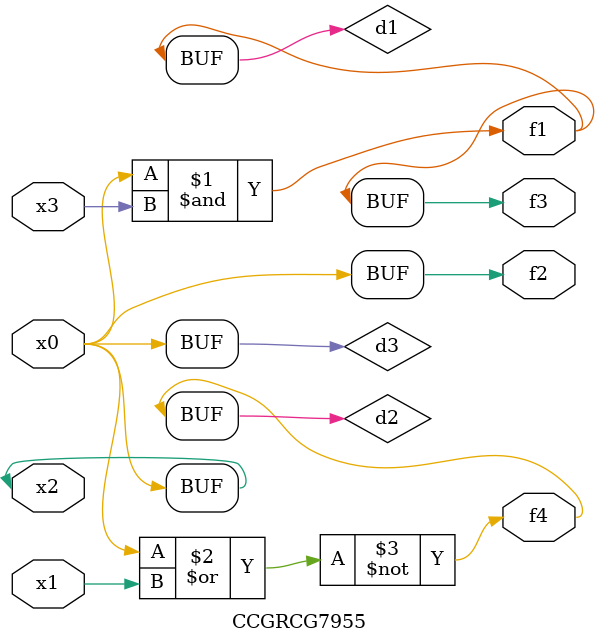
<source format=v>
module CCGRCG7955(
	input x0, x1, x2, x3,
	output f1, f2, f3, f4
);

	wire d1, d2, d3;

	and (d1, x2, x3);
	nor (d2, x0, x1);
	buf (d3, x0, x2);
	assign f1 = d1;
	assign f2 = d3;
	assign f3 = d1;
	assign f4 = d2;
endmodule

</source>
